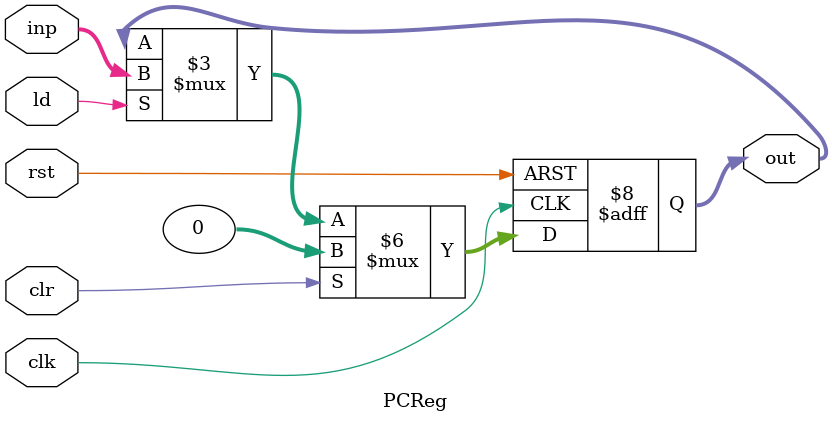
<source format=v>
`timescale 1ps/1ps
module PCReg(
       clk,
       rst,
       ld,
       clr,
       inp,
       out
       );

    input clk,
          rst,
          ld,
          clr;
    input [31:0] inp; 
    output reg [31:0] out;
   
    always @(posedge clk, posedge rst) begin
        if (rst) 
            out <= {(32){1'b0}};
        else begin
            if(clr) 
                out <= {(32){1'b0}};
            else 
                if(ld) 
                    out <= inp;
                else 
                    out <= out;
        end
    end
endmodule
</source>
